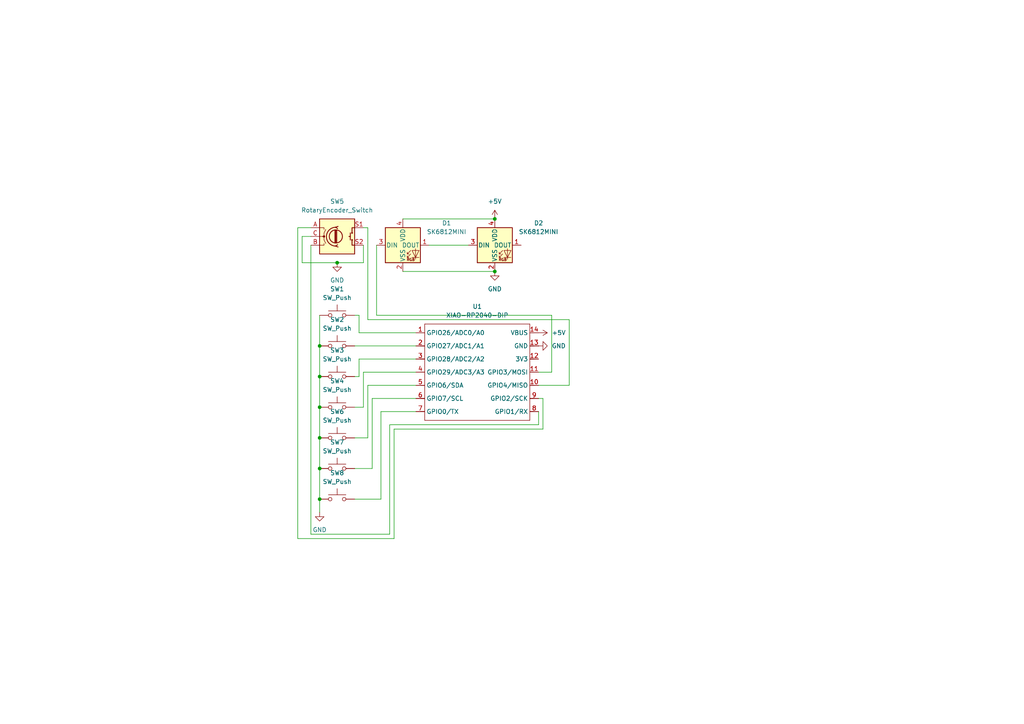
<source format=kicad_sch>
(kicad_sch
	(version 20250114)
	(generator "eeschema")
	(generator_version "9.0")
	(uuid "40f824ed-2d94-4322-a757-1cb63febd8be")
	(paper "A4")
	(lib_symbols
		(symbol "Device:RotaryEncoder_Switch"
			(pin_names
				(offset 0.254)
				(hide yes)
			)
			(exclude_from_sim no)
			(in_bom yes)
			(on_board yes)
			(property "Reference" "SW"
				(at 0 6.604 0)
				(effects
					(font
						(size 1.27 1.27)
					)
				)
			)
			(property "Value" "RotaryEncoder_Switch"
				(at 0 -6.604 0)
				(effects
					(font
						(size 1.27 1.27)
					)
				)
			)
			(property "Footprint" ""
				(at -3.81 4.064 0)
				(effects
					(font
						(size 1.27 1.27)
					)
					(hide yes)
				)
			)
			(property "Datasheet" "~"
				(at 0 6.604 0)
				(effects
					(font
						(size 1.27 1.27)
					)
					(hide yes)
				)
			)
			(property "Description" "Rotary encoder, dual channel, incremental quadrate outputs, with switch"
				(at 0 0 0)
				(effects
					(font
						(size 1.27 1.27)
					)
					(hide yes)
				)
			)
			(property "ki_keywords" "rotary switch encoder switch push button"
				(at 0 0 0)
				(effects
					(font
						(size 1.27 1.27)
					)
					(hide yes)
				)
			)
			(property "ki_fp_filters" "RotaryEncoder*Switch*"
				(at 0 0 0)
				(effects
					(font
						(size 1.27 1.27)
					)
					(hide yes)
				)
			)
			(symbol "RotaryEncoder_Switch_0_1"
				(rectangle
					(start -5.08 5.08)
					(end 5.08 -5.08)
					(stroke
						(width 0.254)
						(type default)
					)
					(fill
						(type background)
					)
				)
				(polyline
					(pts
						(xy -5.08 2.54) (xy -3.81 2.54) (xy -3.81 2.032)
					)
					(stroke
						(width 0)
						(type default)
					)
					(fill
						(type none)
					)
				)
				(polyline
					(pts
						(xy -5.08 0) (xy -3.81 0) (xy -3.81 -1.016) (xy -3.302 -2.032)
					)
					(stroke
						(width 0)
						(type default)
					)
					(fill
						(type none)
					)
				)
				(polyline
					(pts
						(xy -5.08 -2.54) (xy -3.81 -2.54) (xy -3.81 -2.032)
					)
					(stroke
						(width 0)
						(type default)
					)
					(fill
						(type none)
					)
				)
				(polyline
					(pts
						(xy -4.318 0) (xy -3.81 0) (xy -3.81 1.016) (xy -3.302 2.032)
					)
					(stroke
						(width 0)
						(type default)
					)
					(fill
						(type none)
					)
				)
				(circle
					(center -3.81 0)
					(radius 0.254)
					(stroke
						(width 0)
						(type default)
					)
					(fill
						(type outline)
					)
				)
				(polyline
					(pts
						(xy -0.635 -1.778) (xy -0.635 1.778)
					)
					(stroke
						(width 0.254)
						(type default)
					)
					(fill
						(type none)
					)
				)
				(circle
					(center -0.381 0)
					(radius 1.905)
					(stroke
						(width 0.254)
						(type default)
					)
					(fill
						(type none)
					)
				)
				(polyline
					(pts
						(xy -0.381 -1.778) (xy -0.381 1.778)
					)
					(stroke
						(width 0.254)
						(type default)
					)
					(fill
						(type none)
					)
				)
				(arc
					(start -0.381 -2.794)
					(mid -3.0988 -0.0635)
					(end -0.381 2.667)
					(stroke
						(width 0.254)
						(type default)
					)
					(fill
						(type none)
					)
				)
				(polyline
					(pts
						(xy -0.127 1.778) (xy -0.127 -1.778)
					)
					(stroke
						(width 0.254)
						(type default)
					)
					(fill
						(type none)
					)
				)
				(polyline
					(pts
						(xy 0.254 2.921) (xy -0.508 2.667) (xy 0.127 2.286)
					)
					(stroke
						(width 0.254)
						(type default)
					)
					(fill
						(type none)
					)
				)
				(polyline
					(pts
						(xy 0.254 -3.048) (xy -0.508 -2.794) (xy 0.127 -2.413)
					)
					(stroke
						(width 0.254)
						(type default)
					)
					(fill
						(type none)
					)
				)
				(polyline
					(pts
						(xy 3.81 1.016) (xy 3.81 -1.016)
					)
					(stroke
						(width 0.254)
						(type default)
					)
					(fill
						(type none)
					)
				)
				(polyline
					(pts
						(xy 3.81 0) (xy 3.429 0)
					)
					(stroke
						(width 0.254)
						(type default)
					)
					(fill
						(type none)
					)
				)
				(circle
					(center 4.318 1.016)
					(radius 0.127)
					(stroke
						(width 0.254)
						(type default)
					)
					(fill
						(type none)
					)
				)
				(circle
					(center 4.318 -1.016)
					(radius 0.127)
					(stroke
						(width 0.254)
						(type default)
					)
					(fill
						(type none)
					)
				)
				(polyline
					(pts
						(xy 5.08 2.54) (xy 4.318 2.54) (xy 4.318 1.016)
					)
					(stroke
						(width 0.254)
						(type default)
					)
					(fill
						(type none)
					)
				)
				(polyline
					(pts
						(xy 5.08 -2.54) (xy 4.318 -2.54) (xy 4.318 -1.016)
					)
					(stroke
						(width 0.254)
						(type default)
					)
					(fill
						(type none)
					)
				)
			)
			(symbol "RotaryEncoder_Switch_1_1"
				(pin passive line
					(at -7.62 2.54 0)
					(length 2.54)
					(name "A"
						(effects
							(font
								(size 1.27 1.27)
							)
						)
					)
					(number "A"
						(effects
							(font
								(size 1.27 1.27)
							)
						)
					)
				)
				(pin passive line
					(at -7.62 0 0)
					(length 2.54)
					(name "C"
						(effects
							(font
								(size 1.27 1.27)
							)
						)
					)
					(number "C"
						(effects
							(font
								(size 1.27 1.27)
							)
						)
					)
				)
				(pin passive line
					(at -7.62 -2.54 0)
					(length 2.54)
					(name "B"
						(effects
							(font
								(size 1.27 1.27)
							)
						)
					)
					(number "B"
						(effects
							(font
								(size 1.27 1.27)
							)
						)
					)
				)
				(pin passive line
					(at 7.62 2.54 180)
					(length 2.54)
					(name "S1"
						(effects
							(font
								(size 1.27 1.27)
							)
						)
					)
					(number "S1"
						(effects
							(font
								(size 1.27 1.27)
							)
						)
					)
				)
				(pin passive line
					(at 7.62 -2.54 180)
					(length 2.54)
					(name "S2"
						(effects
							(font
								(size 1.27 1.27)
							)
						)
					)
					(number "S2"
						(effects
							(font
								(size 1.27 1.27)
							)
						)
					)
				)
			)
			(embedded_fonts no)
		)
		(symbol "LED:SK6812MINI"
			(pin_names
				(offset 0.254)
			)
			(exclude_from_sim no)
			(in_bom yes)
			(on_board yes)
			(property "Reference" "D"
				(at 5.08 5.715 0)
				(effects
					(font
						(size 1.27 1.27)
					)
					(justify right bottom)
				)
			)
			(property "Value" "SK6812MINI"
				(at 1.27 -5.715 0)
				(effects
					(font
						(size 1.27 1.27)
					)
					(justify left top)
				)
			)
			(property "Footprint" "LED_SMD:LED_SK6812MINI_PLCC4_3.5x3.5mm_P1.75mm"
				(at 1.27 -7.62 0)
				(effects
					(font
						(size 1.27 1.27)
					)
					(justify left top)
					(hide yes)
				)
			)
			(property "Datasheet" "https://cdn-shop.adafruit.com/product-files/2686/SK6812MINI_REV.01-1-2.pdf"
				(at 2.54 -9.525 0)
				(effects
					(font
						(size 1.27 1.27)
					)
					(justify left top)
					(hide yes)
				)
			)
			(property "Description" "RGB LED with integrated controller"
				(at 0 0 0)
				(effects
					(font
						(size 1.27 1.27)
					)
					(hide yes)
				)
			)
			(property "ki_keywords" "RGB LED NeoPixel Mini addressable"
				(at 0 0 0)
				(effects
					(font
						(size 1.27 1.27)
					)
					(hide yes)
				)
			)
			(property "ki_fp_filters" "LED*SK6812MINI*PLCC*3.5x3.5mm*P1.75mm*"
				(at 0 0 0)
				(effects
					(font
						(size 1.27 1.27)
					)
					(hide yes)
				)
			)
			(symbol "SK6812MINI_0_0"
				(text "RGB"
					(at 2.286 -4.191 0)
					(effects
						(font
							(size 0.762 0.762)
						)
					)
				)
			)
			(symbol "SK6812MINI_0_1"
				(polyline
					(pts
						(xy 1.27 -2.54) (xy 1.778 -2.54)
					)
					(stroke
						(width 0)
						(type default)
					)
					(fill
						(type none)
					)
				)
				(polyline
					(pts
						(xy 1.27 -3.556) (xy 1.778 -3.556)
					)
					(stroke
						(width 0)
						(type default)
					)
					(fill
						(type none)
					)
				)
				(polyline
					(pts
						(xy 2.286 -1.524) (xy 1.27 -2.54) (xy 1.27 -2.032)
					)
					(stroke
						(width 0)
						(type default)
					)
					(fill
						(type none)
					)
				)
				(polyline
					(pts
						(xy 2.286 -2.54) (xy 1.27 -3.556) (xy 1.27 -3.048)
					)
					(stroke
						(width 0)
						(type default)
					)
					(fill
						(type none)
					)
				)
				(polyline
					(pts
						(xy 3.683 -1.016) (xy 3.683 -3.556) (xy 3.683 -4.064)
					)
					(stroke
						(width 0)
						(type default)
					)
					(fill
						(type none)
					)
				)
				(polyline
					(pts
						(xy 4.699 -1.524) (xy 2.667 -1.524) (xy 3.683 -3.556) (xy 4.699 -1.524)
					)
					(stroke
						(width 0)
						(type default)
					)
					(fill
						(type none)
					)
				)
				(polyline
					(pts
						(xy 4.699 -3.556) (xy 2.667 -3.556)
					)
					(stroke
						(width 0)
						(type default)
					)
					(fill
						(type none)
					)
				)
				(rectangle
					(start 5.08 5.08)
					(end -5.08 -5.08)
					(stroke
						(width 0.254)
						(type default)
					)
					(fill
						(type background)
					)
				)
			)
			(symbol "SK6812MINI_1_1"
				(pin input line
					(at -7.62 0 0)
					(length 2.54)
					(name "DIN"
						(effects
							(font
								(size 1.27 1.27)
							)
						)
					)
					(number "3"
						(effects
							(font
								(size 1.27 1.27)
							)
						)
					)
				)
				(pin power_in line
					(at 0 7.62 270)
					(length 2.54)
					(name "VDD"
						(effects
							(font
								(size 1.27 1.27)
							)
						)
					)
					(number "4"
						(effects
							(font
								(size 1.27 1.27)
							)
						)
					)
				)
				(pin power_in line
					(at 0 -7.62 90)
					(length 2.54)
					(name "VSS"
						(effects
							(font
								(size 1.27 1.27)
							)
						)
					)
					(number "2"
						(effects
							(font
								(size 1.27 1.27)
							)
						)
					)
				)
				(pin output line
					(at 7.62 0 180)
					(length 2.54)
					(name "DOUT"
						(effects
							(font
								(size 1.27 1.27)
							)
						)
					)
					(number "1"
						(effects
							(font
								(size 1.27 1.27)
							)
						)
					)
				)
			)
			(embedded_fonts no)
		)
		(symbol "OPL:XIAO-RP2040-DIP"
			(exclude_from_sim no)
			(in_bom yes)
			(on_board yes)
			(property "Reference" "U"
				(at 0 0 0)
				(effects
					(font
						(size 1.27 1.27)
					)
				)
			)
			(property "Value" "XIAO-RP2040-DIP"
				(at 5.334 -1.778 0)
				(effects
					(font
						(size 1.27 1.27)
					)
				)
			)
			(property "Footprint" "Module:MOUDLE14P-XIAO-DIP-SMD"
				(at 14.478 -32.258 0)
				(effects
					(font
						(size 1.27 1.27)
					)
					(hide yes)
				)
			)
			(property "Datasheet" ""
				(at 0 0 0)
				(effects
					(font
						(size 1.27 1.27)
					)
					(hide yes)
				)
			)
			(property "Description" ""
				(at 0 0 0)
				(effects
					(font
						(size 1.27 1.27)
					)
					(hide yes)
				)
			)
			(symbol "XIAO-RP2040-DIP_1_0"
				(polyline
					(pts
						(xy -1.27 -2.54) (xy 29.21 -2.54)
					)
					(stroke
						(width 0.1524)
						(type solid)
					)
					(fill
						(type none)
					)
				)
				(polyline
					(pts
						(xy -1.27 -5.08) (xy -2.54 -5.08)
					)
					(stroke
						(width 0.1524)
						(type solid)
					)
					(fill
						(type none)
					)
				)
				(polyline
					(pts
						(xy -1.27 -5.08) (xy -1.27 -2.54)
					)
					(stroke
						(width 0.1524)
						(type solid)
					)
					(fill
						(type none)
					)
				)
				(polyline
					(pts
						(xy -1.27 -8.89) (xy -2.54 -8.89)
					)
					(stroke
						(width 0.1524)
						(type solid)
					)
					(fill
						(type none)
					)
				)
				(polyline
					(pts
						(xy -1.27 -8.89) (xy -1.27 -5.08)
					)
					(stroke
						(width 0.1524)
						(type solid)
					)
					(fill
						(type none)
					)
				)
				(polyline
					(pts
						(xy -1.27 -12.7) (xy -2.54 -12.7)
					)
					(stroke
						(width 0.1524)
						(type solid)
					)
					(fill
						(type none)
					)
				)
				(polyline
					(pts
						(xy -1.27 -12.7) (xy -1.27 -8.89)
					)
					(stroke
						(width 0.1524)
						(type solid)
					)
					(fill
						(type none)
					)
				)
				(polyline
					(pts
						(xy -1.27 -16.51) (xy -2.54 -16.51)
					)
					(stroke
						(width 0.1524)
						(type solid)
					)
					(fill
						(type none)
					)
				)
				(polyline
					(pts
						(xy -1.27 -16.51) (xy -1.27 -12.7)
					)
					(stroke
						(width 0.1524)
						(type solid)
					)
					(fill
						(type none)
					)
				)
				(polyline
					(pts
						(xy -1.27 -20.32) (xy -2.54 -20.32)
					)
					(stroke
						(width 0.1524)
						(type solid)
					)
					(fill
						(type none)
					)
				)
				(polyline
					(pts
						(xy -1.27 -24.13) (xy -2.54 -24.13)
					)
					(stroke
						(width 0.1524)
						(type solid)
					)
					(fill
						(type none)
					)
				)
				(polyline
					(pts
						(xy -1.27 -27.94) (xy -2.54 -27.94)
					)
					(stroke
						(width 0.1524)
						(type solid)
					)
					(fill
						(type none)
					)
				)
				(polyline
					(pts
						(xy -1.27 -30.48) (xy -1.27 -16.51)
					)
					(stroke
						(width 0.1524)
						(type solid)
					)
					(fill
						(type none)
					)
				)
				(polyline
					(pts
						(xy 29.21 -2.54) (xy 29.21 -5.08)
					)
					(stroke
						(width 0.1524)
						(type solid)
					)
					(fill
						(type none)
					)
				)
				(polyline
					(pts
						(xy 29.21 -5.08) (xy 29.21 -8.89)
					)
					(stroke
						(width 0.1524)
						(type solid)
					)
					(fill
						(type none)
					)
				)
				(polyline
					(pts
						(xy 29.21 -8.89) (xy 29.21 -12.7)
					)
					(stroke
						(width 0.1524)
						(type solid)
					)
					(fill
						(type none)
					)
				)
				(polyline
					(pts
						(xy 29.21 -12.7) (xy 29.21 -30.48)
					)
					(stroke
						(width 0.1524)
						(type solid)
					)
					(fill
						(type none)
					)
				)
				(polyline
					(pts
						(xy 29.21 -30.48) (xy -1.27 -30.48)
					)
					(stroke
						(width 0.1524)
						(type solid)
					)
					(fill
						(type none)
					)
				)
				(polyline
					(pts
						(xy 30.48 -5.08) (xy 29.21 -5.08)
					)
					(stroke
						(width 0.1524)
						(type solid)
					)
					(fill
						(type none)
					)
				)
				(polyline
					(pts
						(xy 30.48 -8.89) (xy 29.21 -8.89)
					)
					(stroke
						(width 0.1524)
						(type solid)
					)
					(fill
						(type none)
					)
				)
				(polyline
					(pts
						(xy 30.48 -12.7) (xy 29.21 -12.7)
					)
					(stroke
						(width 0.1524)
						(type solid)
					)
					(fill
						(type none)
					)
				)
				(polyline
					(pts
						(xy 30.48 -16.51) (xy 29.21 -16.51)
					)
					(stroke
						(width 0.1524)
						(type solid)
					)
					(fill
						(type none)
					)
				)
				(polyline
					(pts
						(xy 30.48 -20.32) (xy 29.21 -20.32)
					)
					(stroke
						(width 0.1524)
						(type solid)
					)
					(fill
						(type none)
					)
				)
				(polyline
					(pts
						(xy 30.48 -24.13) (xy 29.21 -24.13)
					)
					(stroke
						(width 0.1524)
						(type solid)
					)
					(fill
						(type none)
					)
				)
				(polyline
					(pts
						(xy 30.48 -27.94) (xy 29.21 -27.94)
					)
					(stroke
						(width 0.1524)
						(type solid)
					)
					(fill
						(type none)
					)
				)
				(pin passive line
					(at -3.81 -5.08 0)
					(length 2.54)
					(name "GPIO26/ADC0/A0"
						(effects
							(font
								(size 1.27 1.27)
							)
						)
					)
					(number "1"
						(effects
							(font
								(size 1.27 1.27)
							)
						)
					)
				)
				(pin passive line
					(at -3.81 -8.89 0)
					(length 2.54)
					(name "GPIO27/ADC1/A1"
						(effects
							(font
								(size 1.27 1.27)
							)
						)
					)
					(number "2"
						(effects
							(font
								(size 1.27 1.27)
							)
						)
					)
				)
				(pin passive line
					(at -3.81 -12.7 0)
					(length 2.54)
					(name "GPIO28/ADC2/A2"
						(effects
							(font
								(size 1.27 1.27)
							)
						)
					)
					(number "3"
						(effects
							(font
								(size 1.27 1.27)
							)
						)
					)
				)
				(pin passive line
					(at -3.81 -16.51 0)
					(length 2.54)
					(name "GPIO29/ADC3/A3"
						(effects
							(font
								(size 1.27 1.27)
							)
						)
					)
					(number "4"
						(effects
							(font
								(size 1.27 1.27)
							)
						)
					)
				)
				(pin passive line
					(at -3.81 -20.32 0)
					(length 2.54)
					(name "GPIO6/SDA"
						(effects
							(font
								(size 1.27 1.27)
							)
						)
					)
					(number "5"
						(effects
							(font
								(size 1.27 1.27)
							)
						)
					)
				)
				(pin passive line
					(at -3.81 -24.13 0)
					(length 2.54)
					(name "GPIO7/SCL"
						(effects
							(font
								(size 1.27 1.27)
							)
						)
					)
					(number "6"
						(effects
							(font
								(size 1.27 1.27)
							)
						)
					)
				)
				(pin passive line
					(at -3.81 -27.94 0)
					(length 2.54)
					(name "GPIO0/TX"
						(effects
							(font
								(size 1.27 1.27)
							)
						)
					)
					(number "7"
						(effects
							(font
								(size 1.27 1.27)
							)
						)
					)
				)
				(pin passive line
					(at 31.75 -5.08 180)
					(length 2.54)
					(name "VBUS"
						(effects
							(font
								(size 1.27 1.27)
							)
						)
					)
					(number "14"
						(effects
							(font
								(size 1.27 1.27)
							)
						)
					)
				)
				(pin passive line
					(at 31.75 -8.89 180)
					(length 2.54)
					(name "GND"
						(effects
							(font
								(size 1.27 1.27)
							)
						)
					)
					(number "13"
						(effects
							(font
								(size 1.27 1.27)
							)
						)
					)
				)
				(pin passive line
					(at 31.75 -12.7 180)
					(length 2.54)
					(name "3V3"
						(effects
							(font
								(size 1.27 1.27)
							)
						)
					)
					(number "12"
						(effects
							(font
								(size 1.27 1.27)
							)
						)
					)
				)
				(pin passive line
					(at 31.75 -16.51 180)
					(length 2.54)
					(name "GPIO3/MOSI"
						(effects
							(font
								(size 1.27 1.27)
							)
						)
					)
					(number "11"
						(effects
							(font
								(size 1.27 1.27)
							)
						)
					)
				)
				(pin passive line
					(at 31.75 -20.32 180)
					(length 2.54)
					(name "GPIO4/MISO"
						(effects
							(font
								(size 1.27 1.27)
							)
						)
					)
					(number "10"
						(effects
							(font
								(size 1.27 1.27)
							)
						)
					)
				)
				(pin passive line
					(at 31.75 -24.13 180)
					(length 2.54)
					(name "GPIO2/SCK"
						(effects
							(font
								(size 1.27 1.27)
							)
						)
					)
					(number "9"
						(effects
							(font
								(size 1.27 1.27)
							)
						)
					)
				)
				(pin passive line
					(at 31.75 -27.94 180)
					(length 2.54)
					(name "GPIO1/RX"
						(effects
							(font
								(size 1.27 1.27)
							)
						)
					)
					(number "8"
						(effects
							(font
								(size 1.27 1.27)
							)
						)
					)
				)
			)
			(embedded_fonts no)
		)
		(symbol "Switch:SW_Push"
			(pin_numbers
				(hide yes)
			)
			(pin_names
				(offset 1.016)
				(hide yes)
			)
			(exclude_from_sim no)
			(in_bom yes)
			(on_board yes)
			(property "Reference" "SW"
				(at 1.27 2.54 0)
				(effects
					(font
						(size 1.27 1.27)
					)
					(justify left)
				)
			)
			(property "Value" "SW_Push"
				(at 0 -1.524 0)
				(effects
					(font
						(size 1.27 1.27)
					)
				)
			)
			(property "Footprint" ""
				(at 0 5.08 0)
				(effects
					(font
						(size 1.27 1.27)
					)
					(hide yes)
				)
			)
			(property "Datasheet" "~"
				(at 0 5.08 0)
				(effects
					(font
						(size 1.27 1.27)
					)
					(hide yes)
				)
			)
			(property "Description" "Push button switch, generic, two pins"
				(at 0 0 0)
				(effects
					(font
						(size 1.27 1.27)
					)
					(hide yes)
				)
			)
			(property "ki_keywords" "switch normally-open pushbutton push-button"
				(at 0 0 0)
				(effects
					(font
						(size 1.27 1.27)
					)
					(hide yes)
				)
			)
			(symbol "SW_Push_0_1"
				(circle
					(center -2.032 0)
					(radius 0.508)
					(stroke
						(width 0)
						(type default)
					)
					(fill
						(type none)
					)
				)
				(polyline
					(pts
						(xy 0 1.27) (xy 0 3.048)
					)
					(stroke
						(width 0)
						(type default)
					)
					(fill
						(type none)
					)
				)
				(circle
					(center 2.032 0)
					(radius 0.508)
					(stroke
						(width 0)
						(type default)
					)
					(fill
						(type none)
					)
				)
				(polyline
					(pts
						(xy 2.54 1.27) (xy -2.54 1.27)
					)
					(stroke
						(width 0)
						(type default)
					)
					(fill
						(type none)
					)
				)
				(pin passive line
					(at -5.08 0 0)
					(length 2.54)
					(name "1"
						(effects
							(font
								(size 1.27 1.27)
							)
						)
					)
					(number "1"
						(effects
							(font
								(size 1.27 1.27)
							)
						)
					)
				)
				(pin passive line
					(at 5.08 0 180)
					(length 2.54)
					(name "2"
						(effects
							(font
								(size 1.27 1.27)
							)
						)
					)
					(number "2"
						(effects
							(font
								(size 1.27 1.27)
							)
						)
					)
				)
			)
			(embedded_fonts no)
		)
		(symbol "power:+5V"
			(power)
			(pin_numbers
				(hide yes)
			)
			(pin_names
				(offset 0)
				(hide yes)
			)
			(exclude_from_sim no)
			(in_bom yes)
			(on_board yes)
			(property "Reference" "#PWR"
				(at 0 -3.81 0)
				(effects
					(font
						(size 1.27 1.27)
					)
					(hide yes)
				)
			)
			(property "Value" "+5V"
				(at 0 3.556 0)
				(effects
					(font
						(size 1.27 1.27)
					)
				)
			)
			(property "Footprint" ""
				(at 0 0 0)
				(effects
					(font
						(size 1.27 1.27)
					)
					(hide yes)
				)
			)
			(property "Datasheet" ""
				(at 0 0 0)
				(effects
					(font
						(size 1.27 1.27)
					)
					(hide yes)
				)
			)
			(property "Description" "Power symbol creates a global label with name \"+5V\""
				(at 0 0 0)
				(effects
					(font
						(size 1.27 1.27)
					)
					(hide yes)
				)
			)
			(property "ki_keywords" "global power"
				(at 0 0 0)
				(effects
					(font
						(size 1.27 1.27)
					)
					(hide yes)
				)
			)
			(symbol "+5V_0_1"
				(polyline
					(pts
						(xy -0.762 1.27) (xy 0 2.54)
					)
					(stroke
						(width 0)
						(type default)
					)
					(fill
						(type none)
					)
				)
				(polyline
					(pts
						(xy 0 2.54) (xy 0.762 1.27)
					)
					(stroke
						(width 0)
						(type default)
					)
					(fill
						(type none)
					)
				)
				(polyline
					(pts
						(xy 0 0) (xy 0 2.54)
					)
					(stroke
						(width 0)
						(type default)
					)
					(fill
						(type none)
					)
				)
			)
			(symbol "+5V_1_1"
				(pin power_in line
					(at 0 0 90)
					(length 0)
					(name "~"
						(effects
							(font
								(size 1.27 1.27)
							)
						)
					)
					(number "1"
						(effects
							(font
								(size 1.27 1.27)
							)
						)
					)
				)
			)
			(embedded_fonts no)
		)
		(symbol "power:GND"
			(power)
			(pin_numbers
				(hide yes)
			)
			(pin_names
				(offset 0)
				(hide yes)
			)
			(exclude_from_sim no)
			(in_bom yes)
			(on_board yes)
			(property "Reference" "#PWR"
				(at 0 -6.35 0)
				(effects
					(font
						(size 1.27 1.27)
					)
					(hide yes)
				)
			)
			(property "Value" "GND"
				(at 0 -3.81 0)
				(effects
					(font
						(size 1.27 1.27)
					)
				)
			)
			(property "Footprint" ""
				(at 0 0 0)
				(effects
					(font
						(size 1.27 1.27)
					)
					(hide yes)
				)
			)
			(property "Datasheet" ""
				(at 0 0 0)
				(effects
					(font
						(size 1.27 1.27)
					)
					(hide yes)
				)
			)
			(property "Description" "Power symbol creates a global label with name \"GND\" , ground"
				(at 0 0 0)
				(effects
					(font
						(size 1.27 1.27)
					)
					(hide yes)
				)
			)
			(property "ki_keywords" "global power"
				(at 0 0 0)
				(effects
					(font
						(size 1.27 1.27)
					)
					(hide yes)
				)
			)
			(symbol "GND_0_1"
				(polyline
					(pts
						(xy 0 0) (xy 0 -1.27) (xy 1.27 -1.27) (xy 0 -2.54) (xy -1.27 -1.27) (xy 0 -1.27)
					)
					(stroke
						(width 0)
						(type default)
					)
					(fill
						(type none)
					)
				)
			)
			(symbol "GND_1_1"
				(pin power_in line
					(at 0 0 270)
					(length 0)
					(name "~"
						(effects
							(font
								(size 1.27 1.27)
							)
						)
					)
					(number "1"
						(effects
							(font
								(size 1.27 1.27)
							)
						)
					)
				)
			)
			(embedded_fonts no)
		)
	)
	(junction
		(at 92.71 109.22)
		(diameter 0)
		(color 0 0 0 0)
		(uuid "1b58170f-2ab5-4560-8ab8-58bd5be710bf")
	)
	(junction
		(at 92.71 118.11)
		(diameter 0)
		(color 0 0 0 0)
		(uuid "3f9287b6-7a05-4b35-b04e-4ee2dea31b0b")
	)
	(junction
		(at 97.79 76.2)
		(diameter 0)
		(color 0 0 0 0)
		(uuid "5c19211d-5217-4790-8684-3d5ad84d71e5")
	)
	(junction
		(at 92.71 127)
		(diameter 0)
		(color 0 0 0 0)
		(uuid "611dddac-223b-4f39-a14f-b7a08742ffc2")
	)
	(junction
		(at 92.71 135.89)
		(diameter 0)
		(color 0 0 0 0)
		(uuid "63ee5569-e99a-4ba8-a783-fa9c9fc22b96")
	)
	(junction
		(at 143.51 78.74)
		(diameter 0)
		(color 0 0 0 0)
		(uuid "6f53fca6-41a2-4c86-8606-d33834508586")
	)
	(junction
		(at 92.71 100.33)
		(diameter 0)
		(color 0 0 0 0)
		(uuid "7262de25-1e36-494a-9047-165c58208d8c")
	)
	(junction
		(at 143.51 63.5)
		(diameter 0)
		(color 0 0 0 0)
		(uuid "ad6e28db-084d-4f21-9e26-7deda888d51d")
	)
	(junction
		(at 92.71 144.78)
		(diameter 0)
		(color 0 0 0 0)
		(uuid "ea736cb4-290e-4e2e-bf50-271667fdedaa")
	)
	(wire
		(pts
			(xy 92.71 100.33) (xy 92.71 109.22)
		)
		(stroke
			(width 0)
			(type default)
		)
		(uuid "00d1796b-1787-4ec4-8556-1714360cd239")
	)
	(wire
		(pts
			(xy 106.68 66.04) (xy 106.68 92.71)
		)
		(stroke
			(width 0)
			(type default)
		)
		(uuid "024fd212-c553-4f44-9c29-b65efa452b11")
	)
	(wire
		(pts
			(xy 157.48 115.57) (xy 156.21 115.57)
		)
		(stroke
			(width 0)
			(type default)
		)
		(uuid "03e8c584-d6a2-4a23-9dfd-7da9d6781a14")
	)
	(wire
		(pts
			(xy 102.87 127) (xy 106.68 127)
		)
		(stroke
			(width 0)
			(type default)
		)
		(uuid "05c7fc3a-840d-4bde-84c4-4bb7700be39f")
	)
	(wire
		(pts
			(xy 110.49 119.38) (xy 120.65 119.38)
		)
		(stroke
			(width 0)
			(type default)
		)
		(uuid "061ae4f8-10cf-4f8b-a0a1-50bc3bca10ad")
	)
	(wire
		(pts
			(xy 107.95 115.57) (xy 120.65 115.57)
		)
		(stroke
			(width 0)
			(type default)
		)
		(uuid "08d16714-e4b3-4605-b6c4-c8fee15b4c69")
	)
	(wire
		(pts
			(xy 105.41 71.12) (xy 105.41 76.2)
		)
		(stroke
			(width 0)
			(type default)
		)
		(uuid "104ea0b4-02c4-4613-8690-6ae7776e6ea1")
	)
	(wire
		(pts
			(xy 86.36 66.04) (xy 86.36 156.21)
		)
		(stroke
			(width 0)
			(type default)
		)
		(uuid "14c3939e-76de-4023-841d-83ad045bbded")
	)
	(wire
		(pts
			(xy 157.48 124.46) (xy 157.48 115.57)
		)
		(stroke
			(width 0)
			(type default)
		)
		(uuid "1da55791-51c1-4348-a82b-1cd1f256c050")
	)
	(wire
		(pts
			(xy 105.41 107.95) (xy 120.65 107.95)
		)
		(stroke
			(width 0)
			(type default)
		)
		(uuid "25f76cc8-2080-495a-bd43-8eb263601e0f")
	)
	(wire
		(pts
			(xy 87.63 76.2) (xy 87.63 68.58)
		)
		(stroke
			(width 0)
			(type default)
		)
		(uuid "2a232f84-5db0-4523-9af2-a2db76ebae4e")
	)
	(wire
		(pts
			(xy 102.87 118.11) (xy 105.41 118.11)
		)
		(stroke
			(width 0)
			(type default)
		)
		(uuid "2c6eec3b-45e8-4ca2-b553-2d78c41f1aee")
	)
	(wire
		(pts
			(xy 116.84 63.5) (xy 143.51 63.5)
		)
		(stroke
			(width 0)
			(type default)
		)
		(uuid "2f04386c-4da6-4de3-be7a-558c5ea90231")
	)
	(wire
		(pts
			(xy 165.1 92.71) (xy 165.1 111.76)
		)
		(stroke
			(width 0)
			(type default)
		)
		(uuid "2fde3fd6-c231-454b-89b9-c3e93bfb0e55")
	)
	(wire
		(pts
			(xy 90.17 66.04) (xy 86.36 66.04)
		)
		(stroke
			(width 0)
			(type default)
		)
		(uuid "306c4c6c-3d5c-4edd-9fcb-aaf2deb1bc10")
	)
	(wire
		(pts
			(xy 109.22 71.12) (xy 109.22 91.44)
		)
		(stroke
			(width 0)
			(type default)
		)
		(uuid "3371508d-6cf0-497a-b697-bae2be51d684")
	)
	(wire
		(pts
			(xy 160.02 107.95) (xy 156.21 107.95)
		)
		(stroke
			(width 0)
			(type default)
		)
		(uuid "37e1dc9c-8a4a-4ca2-b046-4078089ce673")
	)
	(wire
		(pts
			(xy 90.17 154.94) (xy 113.03 154.94)
		)
		(stroke
			(width 0)
			(type default)
		)
		(uuid "3c81da87-933e-44df-a11e-66a384da355d")
	)
	(wire
		(pts
			(xy 106.68 111.76) (xy 120.65 111.76)
		)
		(stroke
			(width 0)
			(type default)
		)
		(uuid "3d54fa26-338e-45e3-b470-839bbdafeca2")
	)
	(wire
		(pts
			(xy 102.87 100.33) (xy 120.65 100.33)
		)
		(stroke
			(width 0)
			(type default)
		)
		(uuid "47dc1e4f-4fde-4976-a0b9-624f1ad90031")
	)
	(wire
		(pts
			(xy 109.22 91.44) (xy 160.02 91.44)
		)
		(stroke
			(width 0)
			(type default)
		)
		(uuid "4a478e97-a21b-4b0a-84b4-80ce3de660dd")
	)
	(wire
		(pts
			(xy 92.71 91.44) (xy 92.71 100.33)
		)
		(stroke
			(width 0)
			(type default)
		)
		(uuid "52fd2199-c17e-42c0-8e5c-36f295a8c345")
	)
	(wire
		(pts
			(xy 104.14 96.52) (xy 120.65 96.52)
		)
		(stroke
			(width 0)
			(type default)
		)
		(uuid "53e35e99-0610-48d5-ac4c-036443b36666")
	)
	(wire
		(pts
			(xy 114.3 124.46) (xy 157.48 124.46)
		)
		(stroke
			(width 0)
			(type default)
		)
		(uuid "55543346-8751-4a79-a77a-e3a6b5a8e21c")
	)
	(wire
		(pts
			(xy 105.41 118.11) (xy 105.41 107.95)
		)
		(stroke
			(width 0)
			(type default)
		)
		(uuid "6293b24f-a24b-41fd-bfcb-0cb6c102cd42")
	)
	(wire
		(pts
			(xy 97.79 76.2) (xy 87.63 76.2)
		)
		(stroke
			(width 0)
			(type default)
		)
		(uuid "6f0c3206-0b8d-4bcf-9266-31a0ea6fe894")
	)
	(wire
		(pts
			(xy 92.71 118.11) (xy 92.71 127)
		)
		(stroke
			(width 0)
			(type default)
		)
		(uuid "722df890-6872-4cdd-9976-e6df92b66806")
	)
	(wire
		(pts
			(xy 124.46 71.12) (xy 135.89 71.12)
		)
		(stroke
			(width 0)
			(type default)
		)
		(uuid "72595c8d-ff8b-461f-9b04-cf4f8a967b55")
	)
	(wire
		(pts
			(xy 156.21 123.19) (xy 156.21 119.38)
		)
		(stroke
			(width 0)
			(type default)
		)
		(uuid "75f39e0b-2703-4671-8e57-cca7e68236b0")
	)
	(wire
		(pts
			(xy 92.71 144.78) (xy 92.71 148.59)
		)
		(stroke
			(width 0)
			(type default)
		)
		(uuid "7964bb53-444d-4635-8fc7-1a013f5c3fa6")
	)
	(wire
		(pts
			(xy 86.36 156.21) (xy 114.3 156.21)
		)
		(stroke
			(width 0)
			(type default)
		)
		(uuid "7cf45dde-fc99-449c-a345-39cd6f7871b1")
	)
	(wire
		(pts
			(xy 110.49 144.78) (xy 110.49 119.38)
		)
		(stroke
			(width 0)
			(type default)
		)
		(uuid "7f38b36b-8a7b-4345-83c3-a67de38c3831")
	)
	(wire
		(pts
			(xy 104.14 104.14) (xy 120.65 104.14)
		)
		(stroke
			(width 0)
			(type default)
		)
		(uuid "82a3d180-d894-4241-b16e-462890f0c171")
	)
	(wire
		(pts
			(xy 107.95 135.89) (xy 107.95 115.57)
		)
		(stroke
			(width 0)
			(type default)
		)
		(uuid "8517596e-36b1-4b71-aa5b-5e33b4247ea6")
	)
	(wire
		(pts
			(xy 114.3 156.21) (xy 114.3 124.46)
		)
		(stroke
			(width 0)
			(type default)
		)
		(uuid "88c21e44-86d4-4b4f-9dbf-4d4dc931b239")
	)
	(wire
		(pts
			(xy 113.03 123.19) (xy 156.21 123.19)
		)
		(stroke
			(width 0)
			(type default)
		)
		(uuid "88d715a8-0a25-49ac-b1a1-3ad53897433b")
	)
	(wire
		(pts
			(xy 106.68 127) (xy 106.68 111.76)
		)
		(stroke
			(width 0)
			(type default)
		)
		(uuid "9a01760d-1848-4783-bfa7-ffd6306796f2")
	)
	(wire
		(pts
			(xy 102.87 109.22) (xy 104.14 109.22)
		)
		(stroke
			(width 0)
			(type default)
		)
		(uuid "9b197db1-d7b3-4231-89c4-3526a0b3c321")
	)
	(wire
		(pts
			(xy 165.1 111.76) (xy 156.21 111.76)
		)
		(stroke
			(width 0)
			(type default)
		)
		(uuid "a3f62754-441e-4dd5-9854-bc48ee16e0c0")
	)
	(wire
		(pts
			(xy 102.87 135.89) (xy 107.95 135.89)
		)
		(stroke
			(width 0)
			(type default)
		)
		(uuid "a68564f6-9670-4d4c-b846-8eeaf23131a3")
	)
	(wire
		(pts
			(xy 160.02 91.44) (xy 160.02 107.95)
		)
		(stroke
			(width 0)
			(type default)
		)
		(uuid "aeac5ffe-3661-44fc-b01d-f613aadb17a9")
	)
	(wire
		(pts
			(xy 113.03 154.94) (xy 113.03 123.19)
		)
		(stroke
			(width 0)
			(type default)
		)
		(uuid "af90921a-11e7-4f62-9374-f1112898c770")
	)
	(wire
		(pts
			(xy 92.71 127) (xy 92.71 135.89)
		)
		(stroke
			(width 0)
			(type default)
		)
		(uuid "b279ee49-bc0c-4846-bf50-19c675ad6ffe")
	)
	(wire
		(pts
			(xy 104.14 109.22) (xy 104.14 104.14)
		)
		(stroke
			(width 0)
			(type default)
		)
		(uuid "b61d0b83-fa50-4940-b4e4-84f251e195aa")
	)
	(wire
		(pts
			(xy 92.71 135.89) (xy 92.71 144.78)
		)
		(stroke
			(width 0)
			(type default)
		)
		(uuid "c2b48cf9-1c88-49e0-95d4-8908dc9b929a")
	)
	(wire
		(pts
			(xy 105.41 66.04) (xy 106.68 66.04)
		)
		(stroke
			(width 0)
			(type default)
		)
		(uuid "c73ebf53-94f1-4a4f-8999-acb0b0fc3d12")
	)
	(wire
		(pts
			(xy 92.71 109.22) (xy 92.71 118.11)
		)
		(stroke
			(width 0)
			(type default)
		)
		(uuid "c898cf4c-e13c-4709-b625-ce765dee1b89")
	)
	(wire
		(pts
			(xy 105.41 76.2) (xy 97.79 76.2)
		)
		(stroke
			(width 0)
			(type default)
		)
		(uuid "c9af0ea1-b655-4e5a-8508-1706b415525f")
	)
	(wire
		(pts
			(xy 102.87 144.78) (xy 110.49 144.78)
		)
		(stroke
			(width 0)
			(type default)
		)
		(uuid "cf32e17d-3968-427a-9de6-85ae54c7e90f")
	)
	(wire
		(pts
			(xy 87.63 68.58) (xy 90.17 68.58)
		)
		(stroke
			(width 0)
			(type default)
		)
		(uuid "da6021c2-5c9a-4e67-9791-c4a0694d6f94")
	)
	(wire
		(pts
			(xy 104.14 91.44) (xy 104.14 96.52)
		)
		(stroke
			(width 0)
			(type default)
		)
		(uuid "df74921e-3ff1-45bc-bb61-9849b2cea96f")
	)
	(wire
		(pts
			(xy 116.84 78.74) (xy 143.51 78.74)
		)
		(stroke
			(width 0)
			(type default)
		)
		(uuid "e2c6dad6-bbf2-4ab2-9c6d-7fee88e2a741")
	)
	(wire
		(pts
			(xy 106.68 92.71) (xy 165.1 92.71)
		)
		(stroke
			(width 0)
			(type default)
		)
		(uuid "e8be752a-abe3-4a08-86cb-d38b954cbfb3")
	)
	(wire
		(pts
			(xy 90.17 71.12) (xy 90.17 154.94)
		)
		(stroke
			(width 0)
			(type default)
		)
		(uuid "f10c4784-b5aa-4014-a630-07e5b33ab342")
	)
	(wire
		(pts
			(xy 102.87 91.44) (xy 104.14 91.44)
		)
		(stroke
			(width 0)
			(type default)
		)
		(uuid "f77709b8-681c-42db-afb8-34400e13656c")
	)
	(symbol
		(lib_id "Device:RotaryEncoder_Switch")
		(at 97.79 68.58 0)
		(unit 1)
		(exclude_from_sim no)
		(in_bom yes)
		(on_board yes)
		(dnp no)
		(fields_autoplaced yes)
		(uuid "00711c58-a282-4d9a-a215-bbf7f932db29")
		(property "Reference" "SW5"
			(at 97.79 58.42 0)
			(effects
				(font
					(size 1.27 1.27)
				)
			)
		)
		(property "Value" "RotaryEncoder_Switch"
			(at 97.79 60.96 0)
			(effects
				(font
					(size 1.27 1.27)
				)
			)
		)
		(property "Footprint" "Rotary_Encoder:RotaryEncoder_Alps_EC11E-Switch_Vertical_H20mm"
			(at 93.98 64.516 0)
			(effects
				(font
					(size 1.27 1.27)
				)
				(hide yes)
			)
		)
		(property "Datasheet" "~"
			(at 97.79 61.976 0)
			(effects
				(font
					(size 1.27 1.27)
				)
				(hide yes)
			)
		)
		(property "Description" "Rotary encoder, dual channel, incremental quadrate outputs, with switch"
			(at 97.79 68.58 0)
			(effects
				(font
					(size 1.27 1.27)
				)
				(hide yes)
			)
		)
		(pin "S1"
			(uuid "63b579b9-005a-4802-801d-69ddb169bbe5")
		)
		(pin "S2"
			(uuid "1a583280-e1a7-42f8-b150-eb919898b395")
		)
		(pin "A"
			(uuid "22e77571-0082-4e5b-b97c-a44ca5734d23")
		)
		(pin "C"
			(uuid "e13c5eab-699b-4c82-8ba9-48897ff04a05")
		)
		(pin "B"
			(uuid "c3959e0a-8ce9-4c9f-a711-d0b51ae3bbfe")
		)
		(instances
			(project ""
				(path "/40f824ed-2d94-4322-a757-1cb63febd8be"
					(reference "SW5")
					(unit 1)
				)
			)
		)
	)
	(symbol
		(lib_id "Switch:SW_Push")
		(at 97.79 91.44 0)
		(unit 1)
		(exclude_from_sim no)
		(in_bom yes)
		(on_board yes)
		(dnp no)
		(uuid "0db24b6e-ec0d-4b75-82a9-4757270ba171")
		(property "Reference" "SW1"
			(at 97.79 83.82 0)
			(effects
				(font
					(size 1.27 1.27)
				)
			)
		)
		(property "Value" "SW_Push"
			(at 97.79 86.36 0)
			(effects
				(font
					(size 1.27 1.27)
				)
			)
		)
		(property "Footprint" "ScottoKeebs_MX:MX_PCB_1.00u"
			(at 97.79 86.36 0)
			(effects
				(font
					(size 1.27 1.27)
				)
				(hide yes)
			)
		)
		(property "Datasheet" "~"
			(at 97.79 86.36 0)
			(effects
				(font
					(size 1.27 1.27)
				)
				(hide yes)
			)
		)
		(property "Description" "Push button switch, generic, two pins"
			(at 97.79 91.44 0)
			(effects
				(font
					(size 1.27 1.27)
				)
				(hide yes)
			)
		)
		(pin "2"
			(uuid "b1fcb082-84c0-4c46-b1d1-5cb306b4911f")
		)
		(pin "1"
			(uuid "ee185456-12e3-4ec1-9dbd-8470bf932d09")
		)
		(instances
			(project ""
				(path "/40f824ed-2d94-4322-a757-1cb63febd8be"
					(reference "SW1")
					(unit 1)
				)
			)
		)
	)
	(symbol
		(lib_id "Switch:SW_Push")
		(at 97.79 118.11 0)
		(unit 1)
		(exclude_from_sim no)
		(in_bom yes)
		(on_board yes)
		(dnp no)
		(fields_autoplaced yes)
		(uuid "0dfd7f4c-0fb1-4e6d-bd90-b4499692a26e")
		(property "Reference" "SW4"
			(at 97.79 110.49 0)
			(effects
				(font
					(size 1.27 1.27)
				)
			)
		)
		(property "Value" "SW_Push"
			(at 97.79 113.03 0)
			(effects
				(font
					(size 1.27 1.27)
				)
			)
		)
		(property "Footprint" "ScottoKeebs_MX:MX_PCB_1.00u"
			(at 97.79 113.03 0)
			(effects
				(font
					(size 1.27 1.27)
				)
				(hide yes)
			)
		)
		(property "Datasheet" "~"
			(at 97.79 113.03 0)
			(effects
				(font
					(size 1.27 1.27)
				)
				(hide yes)
			)
		)
		(property "Description" "Push button switch, generic, two pins"
			(at 97.79 118.11 0)
			(effects
				(font
					(size 1.27 1.27)
				)
				(hide yes)
			)
		)
		(pin "1"
			(uuid "a3721921-3308-45c5-9d54-a1a6685df293")
		)
		(pin "2"
			(uuid "c9b72573-9ab2-43bd-aca9-60673a9ddf8a")
		)
		(instances
			(project ""
				(path "/40f824ed-2d94-4322-a757-1cb63febd8be"
					(reference "SW4")
					(unit 1)
				)
			)
		)
	)
	(symbol
		(lib_id "OPL:XIAO-RP2040-DIP")
		(at 124.46 91.44 0)
		(unit 1)
		(exclude_from_sim no)
		(in_bom yes)
		(on_board yes)
		(dnp no)
		(fields_autoplaced yes)
		(uuid "14cd620c-fd1f-4b10-a677-4aaf9ee5dcdb")
		(property "Reference" "U1"
			(at 138.43 88.9 0)
			(effects
				(font
					(size 1.27 1.27)
				)
			)
		)
		(property "Value" "XIAO-RP2040-DIP"
			(at 138.43 91.44 0)
			(effects
				(font
					(size 1.27 1.27)
				)
			)
		)
		(property "Footprint" "OPL:XIAO-RP2040-DIP"
			(at 138.938 123.698 0)
			(effects
				(font
					(size 1.27 1.27)
				)
				(hide yes)
			)
		)
		(property "Datasheet" ""
			(at 124.46 91.44 0)
			(effects
				(font
					(size 1.27 1.27)
				)
				(hide yes)
			)
		)
		(property "Description" ""
			(at 124.46 91.44 0)
			(effects
				(font
					(size 1.27 1.27)
				)
				(hide yes)
			)
		)
		(pin "14"
			(uuid "84518613-c755-4b56-8585-8f35b0473617")
		)
		(pin "4"
			(uuid "48bd28cd-959a-4868-ba0d-a1a5dd4dba9a")
		)
		(pin "11"
			(uuid "26ef3726-67aa-4ecd-b3c4-2f56a9002899")
		)
		(pin "5"
			(uuid "bc62520f-f90d-4259-ab02-2f553f9e8b3f")
		)
		(pin "2"
			(uuid "1db465e5-783b-413f-8836-da5912b622e9")
		)
		(pin "3"
			(uuid "46e8e3d2-5c3c-4766-b91d-342fdb98b409")
		)
		(pin "7"
			(uuid "05299f56-806e-495b-bf9b-3d32b2aec32e")
		)
		(pin "13"
			(uuid "447442f3-b5fd-41d9-ae55-1dd382c5a734")
		)
		(pin "10"
			(uuid "bf3c2ecd-174e-42b9-aebc-e8880bb25033")
		)
		(pin "12"
			(uuid "b415899d-5711-4e08-aa93-067c9468a60a")
		)
		(pin "1"
			(uuid "b2b8c46d-79e8-4c56-9b16-9901029504d9")
		)
		(pin "9"
			(uuid "a087a146-9aba-48b6-9a93-b487391665a0")
		)
		(pin "8"
			(uuid "089ca181-7842-46aa-a6b8-5614761917af")
		)
		(pin "6"
			(uuid "3af5d41d-7186-4247-b781-2b559d3fc51e")
		)
		(instances
			(project ""
				(path "/40f824ed-2d94-4322-a757-1cb63febd8be"
					(reference "U1")
					(unit 1)
				)
			)
		)
	)
	(symbol
		(lib_id "power:+5V")
		(at 143.51 63.5 0)
		(unit 1)
		(exclude_from_sim no)
		(in_bom yes)
		(on_board yes)
		(dnp no)
		(fields_autoplaced yes)
		(uuid "39f4c9d3-bf09-4831-a4de-9e805d735d9b")
		(property "Reference" "#PWR01"
			(at 143.51 67.31 0)
			(effects
				(font
					(size 1.27 1.27)
				)
				(hide yes)
			)
		)
		(property "Value" "+5V"
			(at 143.51 58.42 0)
			(effects
				(font
					(size 1.27 1.27)
				)
			)
		)
		(property "Footprint" ""
			(at 143.51 63.5 0)
			(effects
				(font
					(size 1.27 1.27)
				)
				(hide yes)
			)
		)
		(property "Datasheet" ""
			(at 143.51 63.5 0)
			(effects
				(font
					(size 1.27 1.27)
				)
				(hide yes)
			)
		)
		(property "Description" "Power symbol creates a global label with name \"+5V\""
			(at 143.51 63.5 0)
			(effects
				(font
					(size 1.27 1.27)
				)
				(hide yes)
			)
		)
		(pin "1"
			(uuid "f95dbc29-3760-476f-9944-1bd5695a5f97")
		)
		(instances
			(project ""
				(path "/40f824ed-2d94-4322-a757-1cb63febd8be"
					(reference "#PWR01")
					(unit 1)
				)
			)
		)
	)
	(symbol
		(lib_id "LED:SK6812MINI")
		(at 116.84 71.12 0)
		(unit 1)
		(exclude_from_sim no)
		(in_bom yes)
		(on_board yes)
		(dnp no)
		(fields_autoplaced yes)
		(uuid "4be435c0-7bc4-40b2-96bc-33dcabf29ddd")
		(property "Reference" "D1"
			(at 129.54 64.6998 0)
			(effects
				(font
					(size 1.27 1.27)
				)
			)
		)
		(property "Value" "SK6812MINI"
			(at 129.54 67.2398 0)
			(effects
				(font
					(size 1.27 1.27)
				)
			)
		)
		(property "Footprint" "ScottoKeebs_Components:LED_SK6812MINI"
			(at 118.11 78.74 0)
			(effects
				(font
					(size 1.27 1.27)
				)
				(justify left top)
				(hide yes)
			)
		)
		(property "Datasheet" "https://cdn-shop.adafruit.com/product-files/2686/SK6812MINI_REV.01-1-2.pdf"
			(at 119.38 80.645 0)
			(effects
				(font
					(size 1.27 1.27)
				)
				(justify left top)
				(hide yes)
			)
		)
		(property "Description" "RGB LED with integrated controller"
			(at 116.84 71.12 0)
			(effects
				(font
					(size 1.27 1.27)
				)
				(hide yes)
			)
		)
		(pin "1"
			(uuid "35f50980-85b8-4cc4-a104-b6b2385f51d8")
		)
		(pin "3"
			(uuid "4559f0ae-9cff-4c1e-84bb-32b06719e96f")
		)
		(pin "2"
			(uuid "d26a92ea-447a-42fc-ad88-bc53bc0aacbf")
		)
		(pin "4"
			(uuid "61d00e0b-a400-40e5-8619-fc6f54eddbd0")
		)
		(instances
			(project ""
				(path "/40f824ed-2d94-4322-a757-1cb63febd8be"
					(reference "D1")
					(unit 1)
				)
			)
		)
	)
	(symbol
		(lib_id "Switch:SW_Push")
		(at 97.79 127 0)
		(unit 1)
		(exclude_from_sim no)
		(in_bom yes)
		(on_board yes)
		(dnp no)
		(fields_autoplaced yes)
		(uuid "50beaab8-653a-4cb1-9603-e79955ea0a31")
		(property "Reference" "SW6"
			(at 97.79 119.38 0)
			(effects
				(font
					(size 1.27 1.27)
				)
			)
		)
		(property "Value" "SW_Push"
			(at 97.79 121.92 0)
			(effects
				(font
					(size 1.27 1.27)
				)
			)
		)
		(property "Footprint" "ScottoKeebs_MX:MX_PCB_1.00u"
			(at 97.79 121.92 0)
			(effects
				(font
					(size 1.27 1.27)
				)
				(hide yes)
			)
		)
		(property "Datasheet" "~"
			(at 97.79 121.92 0)
			(effects
				(font
					(size 1.27 1.27)
				)
				(hide yes)
			)
		)
		(property "Description" "Push button switch, generic, two pins"
			(at 97.79 127 0)
			(effects
				(font
					(size 1.27 1.27)
				)
				(hide yes)
			)
		)
		(pin "2"
			(uuid "0ae8e507-1fa4-4c34-ae37-e00af53c725a")
		)
		(pin "1"
			(uuid "886a0796-76eb-4098-9bed-2862f108e50e")
		)
		(instances
			(project ""
				(path "/40f824ed-2d94-4322-a757-1cb63febd8be"
					(reference "SW6")
					(unit 1)
				)
			)
		)
	)
	(symbol
		(lib_id "Switch:SW_Push")
		(at 97.79 144.78 0)
		(unit 1)
		(exclude_from_sim no)
		(in_bom yes)
		(on_board yes)
		(dnp no)
		(fields_autoplaced yes)
		(uuid "6a106ba7-be30-43a1-b151-b68e97d98e0f")
		(property "Reference" "SW8"
			(at 97.79 137.16 0)
			(effects
				(font
					(size 1.27 1.27)
				)
			)
		)
		(property "Value" "SW_Push"
			(at 97.79 139.7 0)
			(effects
				(font
					(size 1.27 1.27)
				)
			)
		)
		(property "Footprint" "ScottoKeebs_MX:MX_PCB_1.00u"
			(at 97.79 139.7 0)
			(effects
				(font
					(size 1.27 1.27)
				)
				(hide yes)
			)
		)
		(property "Datasheet" "~"
			(at 97.79 139.7 0)
			(effects
				(font
					(size 1.27 1.27)
				)
				(hide yes)
			)
		)
		(property "Description" "Push button switch, generic, two pins"
			(at 97.79 144.78 0)
			(effects
				(font
					(size 1.27 1.27)
				)
				(hide yes)
			)
		)
		(pin "2"
			(uuid "27833828-ad98-47d0-bf1e-010fc21ace5a")
		)
		(pin "1"
			(uuid "4f68b6a8-ca65-4d3c-8291-48c716c37feb")
		)
		(instances
			(project ""
				(path "/40f824ed-2d94-4322-a757-1cb63febd8be"
					(reference "SW8")
					(unit 1)
				)
			)
		)
	)
	(symbol
		(lib_id "power:GND")
		(at 92.71 148.59 0)
		(unit 1)
		(exclude_from_sim no)
		(in_bom yes)
		(on_board yes)
		(dnp no)
		(fields_autoplaced yes)
		(uuid "86608588-e4fa-452d-aec3-e776885ff7c6")
		(property "Reference" "#PWR03"
			(at 92.71 154.94 0)
			(effects
				(font
					(size 1.27 1.27)
				)
				(hide yes)
			)
		)
		(property "Value" "GND"
			(at 92.71 153.67 0)
			(effects
				(font
					(size 1.27 1.27)
				)
			)
		)
		(property "Footprint" ""
			(at 92.71 148.59 0)
			(effects
				(font
					(size 1.27 1.27)
				)
				(hide yes)
			)
		)
		(property "Datasheet" ""
			(at 92.71 148.59 0)
			(effects
				(font
					(size 1.27 1.27)
				)
				(hide yes)
			)
		)
		(property "Description" "Power symbol creates a global label with name \"GND\" , ground"
			(at 92.71 148.59 0)
			(effects
				(font
					(size 1.27 1.27)
				)
				(hide yes)
			)
		)
		(pin "1"
			(uuid "3c0b756c-3cd0-4ee3-83ae-fa07394260c2")
		)
		(instances
			(project ""
				(path "/40f824ed-2d94-4322-a757-1cb63febd8be"
					(reference "#PWR03")
					(unit 1)
				)
			)
		)
	)
	(symbol
		(lib_id "power:GND")
		(at 156.21 100.33 90)
		(unit 1)
		(exclude_from_sim no)
		(in_bom yes)
		(on_board yes)
		(dnp no)
		(fields_autoplaced yes)
		(uuid "a6ded41c-cfcb-4c56-8ee2-508afcf951aa")
		(property "Reference" "#PWR05"
			(at 162.56 100.33 0)
			(effects
				(font
					(size 1.27 1.27)
				)
				(hide yes)
			)
		)
		(property "Value" "GND"
			(at 160.02 100.3299 90)
			(effects
				(font
					(size 1.27 1.27)
				)
				(justify right)
			)
		)
		(property "Footprint" ""
			(at 156.21 100.33 0)
			(effects
				(font
					(size 1.27 1.27)
				)
				(hide yes)
			)
		)
		(property "Datasheet" ""
			(at 156.21 100.33 0)
			(effects
				(font
					(size 1.27 1.27)
				)
				(hide yes)
			)
		)
		(property "Description" "Power symbol creates a global label with name \"GND\" , ground"
			(at 156.21 100.33 0)
			(effects
				(font
					(size 1.27 1.27)
				)
				(hide yes)
			)
		)
		(pin "1"
			(uuid "7e269955-53c6-4dc2-9ab6-cbcbb796361b")
		)
		(instances
			(project ""
				(path "/40f824ed-2d94-4322-a757-1cb63febd8be"
					(reference "#PWR05")
					(unit 1)
				)
			)
		)
	)
	(symbol
		(lib_id "power:+5V")
		(at 156.21 96.52 270)
		(unit 1)
		(exclude_from_sim no)
		(in_bom yes)
		(on_board yes)
		(dnp no)
		(fields_autoplaced yes)
		(uuid "abcca6e5-4187-4156-8206-81fea62ede2f")
		(property "Reference" "#PWR04"
			(at 152.4 96.52 0)
			(effects
				(font
					(size 1.27 1.27)
				)
				(hide yes)
			)
		)
		(property "Value" "+5V"
			(at 160.02 96.5199 90)
			(effects
				(font
					(size 1.27 1.27)
				)
				(justify left)
			)
		)
		(property "Footprint" ""
			(at 156.21 96.52 0)
			(effects
				(font
					(size 1.27 1.27)
				)
				(hide yes)
			)
		)
		(property "Datasheet" ""
			(at 156.21 96.52 0)
			(effects
				(font
					(size 1.27 1.27)
				)
				(hide yes)
			)
		)
		(property "Description" "Power symbol creates a global label with name \"+5V\""
			(at 156.21 96.52 0)
			(effects
				(font
					(size 1.27 1.27)
				)
				(hide yes)
			)
		)
		(pin "1"
			(uuid "6567381e-a5aa-4da9-a93c-ea75bc9524a7")
		)
		(instances
			(project ""
				(path "/40f824ed-2d94-4322-a757-1cb63febd8be"
					(reference "#PWR04")
					(unit 1)
				)
			)
		)
	)
	(symbol
		(lib_id "Switch:SW_Push")
		(at 97.79 135.89 0)
		(unit 1)
		(exclude_from_sim no)
		(in_bom yes)
		(on_board yes)
		(dnp no)
		(fields_autoplaced yes)
		(uuid "b37a3e2f-4de0-4696-80ff-ee88bfc6091e")
		(property "Reference" "SW7"
			(at 97.79 128.27 0)
			(effects
				(font
					(size 1.27 1.27)
				)
			)
		)
		(property "Value" "SW_Push"
			(at 97.79 130.81 0)
			(effects
				(font
					(size 1.27 1.27)
				)
			)
		)
		(property "Footprint" "ScottoKeebs_MX:MX_PCB_1.00u"
			(at 97.79 130.81 0)
			(effects
				(font
					(size 1.27 1.27)
				)
				(hide yes)
			)
		)
		(property "Datasheet" "~"
			(at 97.79 130.81 0)
			(effects
				(font
					(size 1.27 1.27)
				)
				(hide yes)
			)
		)
		(property "Description" "Push button switch, generic, two pins"
			(at 97.79 135.89 0)
			(effects
				(font
					(size 1.27 1.27)
				)
				(hide yes)
			)
		)
		(pin "1"
			(uuid "0baa2fab-fec7-4188-9c50-17106e830475")
		)
		(pin "2"
			(uuid "6e195057-04a1-4e29-8e28-938a7d21c114")
		)
		(instances
			(project ""
				(path "/40f824ed-2d94-4322-a757-1cb63febd8be"
					(reference "SW7")
					(unit 1)
				)
			)
		)
	)
	(symbol
		(lib_id "power:GND")
		(at 143.51 78.74 0)
		(unit 1)
		(exclude_from_sim no)
		(in_bom yes)
		(on_board yes)
		(dnp no)
		(fields_autoplaced yes)
		(uuid "bc0ada35-f481-4f41-8915-c513e51a688e")
		(property "Reference" "#PWR02"
			(at 143.51 85.09 0)
			(effects
				(font
					(size 1.27 1.27)
				)
				(hide yes)
			)
		)
		(property "Value" "GND"
			(at 143.51 83.82 0)
			(effects
				(font
					(size 1.27 1.27)
				)
			)
		)
		(property "Footprint" ""
			(at 143.51 78.74 0)
			(effects
				(font
					(size 1.27 1.27)
				)
				(hide yes)
			)
		)
		(property "Datasheet" ""
			(at 143.51 78.74 0)
			(effects
				(font
					(size 1.27 1.27)
				)
				(hide yes)
			)
		)
		(property "Description" "Power symbol creates a global label with name \"GND\" , ground"
			(at 143.51 78.74 0)
			(effects
				(font
					(size 1.27 1.27)
				)
				(hide yes)
			)
		)
		(pin "1"
			(uuid "f4f97db7-013b-4b40-bc24-308263e2ef5e")
		)
		(instances
			(project ""
				(path "/40f824ed-2d94-4322-a757-1cb63febd8be"
					(reference "#PWR02")
					(unit 1)
				)
			)
		)
	)
	(symbol
		(lib_id "power:GND")
		(at 97.79 76.2 0)
		(unit 1)
		(exclude_from_sim no)
		(in_bom yes)
		(on_board yes)
		(dnp no)
		(fields_autoplaced yes)
		(uuid "c64a7baa-2d10-4c1e-9952-20daa5160e2f")
		(property "Reference" "#PWR06"
			(at 97.79 82.55 0)
			(effects
				(font
					(size 1.27 1.27)
				)
				(hide yes)
			)
		)
		(property "Value" "GND"
			(at 97.79 81.28 0)
			(effects
				(font
					(size 1.27 1.27)
				)
			)
		)
		(property "Footprint" ""
			(at 97.79 76.2 0)
			(effects
				(font
					(size 1.27 1.27)
				)
				(hide yes)
			)
		)
		(property "Datasheet" ""
			(at 97.79 76.2 0)
			(effects
				(font
					(size 1.27 1.27)
				)
				(hide yes)
			)
		)
		(property "Description" "Power symbol creates a global label with name \"GND\" , ground"
			(at 97.79 76.2 0)
			(effects
				(font
					(size 1.27 1.27)
				)
				(hide yes)
			)
		)
		(pin "1"
			(uuid "4cdc6047-8c76-4a6b-8c66-91f557d74486")
		)
		(instances
			(project ""
				(path "/40f824ed-2d94-4322-a757-1cb63febd8be"
					(reference "#PWR06")
					(unit 1)
				)
			)
		)
	)
	(symbol
		(lib_id "Switch:SW_Push")
		(at 97.79 109.22 0)
		(unit 1)
		(exclude_from_sim no)
		(in_bom yes)
		(on_board yes)
		(dnp no)
		(fields_autoplaced yes)
		(uuid "ce5670bb-15da-42fa-8573-e14f58db50d7")
		(property "Reference" "SW3"
			(at 97.79 101.6 0)
			(effects
				(font
					(size 1.27 1.27)
				)
			)
		)
		(property "Value" "SW_Push"
			(at 97.79 104.14 0)
			(effects
				(font
					(size 1.27 1.27)
				)
			)
		)
		(property "Footprint" "ScottoKeebs_MX:MX_PCB_1.00u"
			(at 97.79 104.14 0)
			(effects
				(font
					(size 1.27 1.27)
				)
				(hide yes)
			)
		)
		(property "Datasheet" "~"
			(at 97.79 104.14 0)
			(effects
				(font
					(size 1.27 1.27)
				)
				(hide yes)
			)
		)
		(property "Description" "Push button switch, generic, two pins"
			(at 97.79 109.22 0)
			(effects
				(font
					(size 1.27 1.27)
				)
				(hide yes)
			)
		)
		(pin "1"
			(uuid "8db57d90-1409-4750-a32d-a50df9338925")
		)
		(pin "2"
			(uuid "165fe936-2190-46c5-b1a1-c3ee286ed973")
		)
		(instances
			(project ""
				(path "/40f824ed-2d94-4322-a757-1cb63febd8be"
					(reference "SW3")
					(unit 1)
				)
			)
		)
	)
	(symbol
		(lib_id "LED:SK6812MINI")
		(at 143.51 71.12 0)
		(unit 1)
		(exclude_from_sim no)
		(in_bom yes)
		(on_board yes)
		(dnp no)
		(fields_autoplaced yes)
		(uuid "d883e5ce-6274-4afb-b333-4723eb14ed0f")
		(property "Reference" "D2"
			(at 156.21 64.6998 0)
			(effects
				(font
					(size 1.27 1.27)
				)
			)
		)
		(property "Value" "SK6812MINI"
			(at 156.21 67.2398 0)
			(effects
				(font
					(size 1.27 1.27)
				)
			)
		)
		(property "Footprint" "ScottoKeebs_Components:LED_SK6812MINI"
			(at 144.78 78.74 0)
			(effects
				(font
					(size 1.27 1.27)
				)
				(justify left top)
				(hide yes)
			)
		)
		(property "Datasheet" "https://cdn-shop.adafruit.com/product-files/2686/SK6812MINI_REV.01-1-2.pdf"
			(at 146.05 80.645 0)
			(effects
				(font
					(size 1.27 1.27)
				)
				(justify left top)
				(hide yes)
			)
		)
		(property "Description" "RGB LED with integrated controller"
			(at 143.51 71.12 0)
			(effects
				(font
					(size 1.27 1.27)
				)
				(hide yes)
			)
		)
		(pin "2"
			(uuid "b94a5af3-1c4a-404a-bfb4-9ada5f4f179d")
		)
		(pin "1"
			(uuid "43b42a3a-45a2-424e-bfa5-49366445d9a4")
		)
		(pin "3"
			(uuid "afbee928-9c0b-419a-9edb-741a74d6f489")
		)
		(pin "4"
			(uuid "15b56981-4d1f-4e59-875f-190aa815a9ab")
		)
		(instances
			(project ""
				(path "/40f824ed-2d94-4322-a757-1cb63febd8be"
					(reference "D2")
					(unit 1)
				)
			)
		)
	)
	(symbol
		(lib_id "Switch:SW_Push")
		(at 97.79 100.33 0)
		(unit 1)
		(exclude_from_sim no)
		(in_bom yes)
		(on_board yes)
		(dnp no)
		(fields_autoplaced yes)
		(uuid "ed4187a1-6345-49d8-a37b-332e7a72e20d")
		(property "Reference" "SW2"
			(at 97.79 92.71 0)
			(effects
				(font
					(size 1.27 1.27)
				)
			)
		)
		(property "Value" "SW_Push"
			(at 97.79 95.25 0)
			(effects
				(font
					(size 1.27 1.27)
				)
			)
		)
		(property "Footprint" "ScottoKeebs_MX:MX_PCB_1.00u"
			(at 97.79 95.25 0)
			(effects
				(font
					(size 1.27 1.27)
				)
				(hide yes)
			)
		)
		(property "Datasheet" "~"
			(at 97.79 95.25 0)
			(effects
				(font
					(size 1.27 1.27)
				)
				(hide yes)
			)
		)
		(property "Description" "Push button switch, generic, two pins"
			(at 97.79 100.33 0)
			(effects
				(font
					(size 1.27 1.27)
				)
				(hide yes)
			)
		)
		(pin "2"
			(uuid "fb57b96c-6c63-4d16-bb8c-3bca5c388a73")
		)
		(pin "1"
			(uuid "263be9c1-6bc9-443c-93bb-09ade6fafa69")
		)
		(instances
			(project ""
				(path "/40f824ed-2d94-4322-a757-1cb63febd8be"
					(reference "SW2")
					(unit 1)
				)
			)
		)
	)
	(sheet_instances
		(path "/"
			(page "1")
		)
	)
	(embedded_fonts no)
)

</source>
